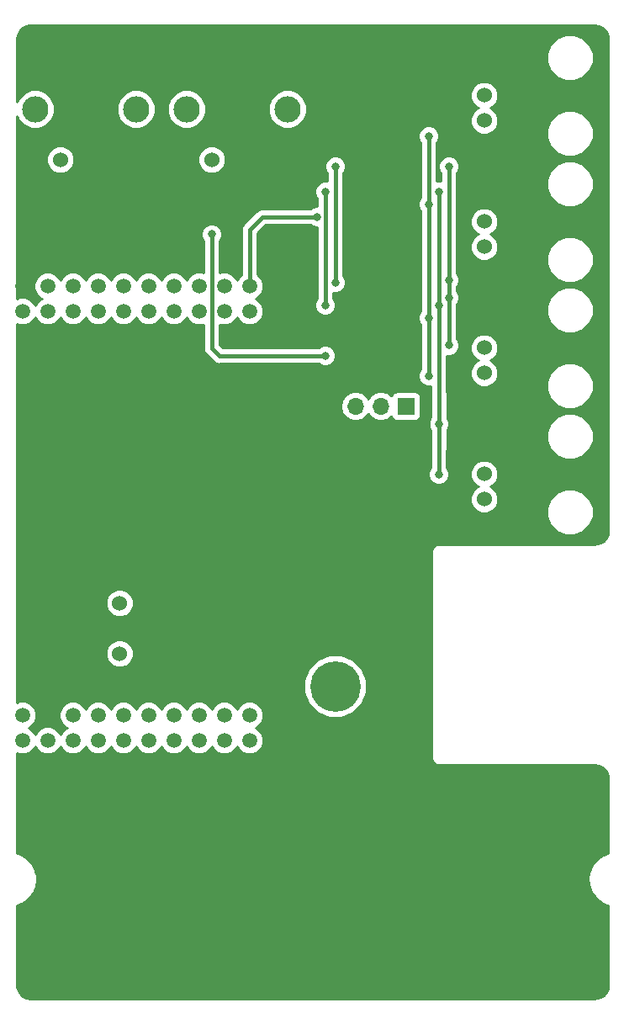
<source format=gbr>
G04 #@! TF.GenerationSoftware,KiCad,Pcbnew,(5.0.0)*
G04 #@! TF.CreationDate,2018-12-17T13:23:09-06:00*
G04 #@! TF.ProjectId,CameraBoard_Hardware,43616D657261426F6172645F48617264,rev?*
G04 #@! TF.SameCoordinates,Original*
G04 #@! TF.FileFunction,Copper,L2,Bot,Signal*
G04 #@! TF.FilePolarity,Positive*
%FSLAX46Y46*%
G04 Gerber Fmt 4.6, Leading zero omitted, Abs format (unit mm)*
G04 Created by KiCad (PCBNEW (5.0.0)) date 12/17/18 13:23:09*
%MOMM*%
%LPD*%
G01*
G04 APERTURE LIST*
G04 #@! TA.AperFunction,ComponentPad*
%ADD10C,2.641600*%
G04 #@! TD*
G04 #@! TA.AperFunction,ComponentPad*
%ADD11C,1.524000*%
G04 #@! TD*
G04 #@! TA.AperFunction,ComponentPad*
%ADD12C,5.080000*%
G04 #@! TD*
G04 #@! TA.AperFunction,ComponentPad*
%ADD13C,1.520000*%
G04 #@! TD*
G04 #@! TA.AperFunction,ComponentPad*
%ADD14R,1.700000X1.700000*%
G04 #@! TD*
G04 #@! TA.AperFunction,ComponentPad*
%ADD15O,1.700000X1.700000*%
G04 #@! TD*
G04 #@! TA.AperFunction,ViaPad*
%ADD16C,0.800000*%
G04 #@! TD*
G04 #@! TA.AperFunction,Conductor*
%ADD17C,0.381000*%
G04 #@! TD*
G04 #@! TA.AperFunction,Conductor*
%ADD18C,0.254000*%
G04 #@! TD*
G04 APERTURE END LIST*
D10*
G04 #@! TO.P,J1,4*
G04 #@! TO.N,N/C*
X99060000Y-65354200D03*
G04 #@! TO.P,J1,3*
X88900000Y-65354200D03*
D11*
G04 #@! TO.P,J1,2*
G04 #@! TO.N,Net-(J1-Pad2)*
X91440000Y-70434200D03*
G04 #@! TO.P,J1,1*
G04 #@! TO.N,GND*
X93980000Y-70434200D03*
G04 #@! TD*
G04 #@! TO.P,J2,1*
G04 #@! TO.N,GND*
X109220000Y-70434200D03*
G04 #@! TO.P,J2,2*
G04 #@! TO.N,Net-(J2-Pad2)*
X106680000Y-70434200D03*
D10*
G04 #@! TO.P,J2,3*
G04 #@! TO.N,N/C*
X104140000Y-65354200D03*
G04 #@! TO.P,J2,4*
X114300000Y-65354200D03*
G04 #@! TD*
D12*
G04 #@! TO.P,Conn1,1*
G04 #@! TO.N,GND*
X119126000Y-115443000D03*
G04 #@! TO.P,Conn1,2*
G04 #@! TO.N,+12V*
X119126000Y-123444000D03*
G04 #@! TD*
D13*
G04 #@! TO.P,U1,+5V*
G04 #@! TO.N,+5V*
X87630000Y-126338601D03*
G04 #@! TO.P,U1,GND*
G04 #@! TO.N,GND*
X90170000Y-126338601D03*
G04 #@! TO.P,U1,PE0*
G04 #@! TO.N,N/C*
X92710000Y-126338601D03*
G04 #@! TO.P,U1,PE1*
X95250000Y-126338601D03*
G04 #@! TO.P,U1,PE2*
X97790000Y-126338601D03*
G04 #@! TO.P,U1,PE3*
X100330000Y-126338601D03*
G04 #@! TO.P,U1,PD7*
X102870000Y-126338601D03*
G04 #@! TO.P,U1,PA6*
X105410000Y-126338601D03*
G04 #@! TO.P,U1,PM4*
X107950000Y-126338601D03*
G04 #@! TO.P,U1,PM5*
X110490000Y-126338601D03*
G04 #@! TO.P,U1,+3V3*
X87630000Y-128878601D03*
G04 #@! TO.P,U1,PE4*
X90170000Y-128878601D03*
G04 #@! TO.P,U1,PC4*
X92710000Y-128878601D03*
G04 #@! TO.P,U1,PC5*
X95250000Y-128878601D03*
G04 #@! TO.P,U1,PC6*
X97790000Y-128878601D03*
G04 #@! TO.P,U1,PE5*
X100330000Y-128878601D03*
G04 #@! TO.P,U1,PD3*
X102870000Y-128878601D03*
G04 #@! TO.P,U1,PC7*
X105410000Y-128878601D03*
G04 #@! TO.P,U1,PB2*
X107950000Y-128878601D03*
G04 #@! TO.P,U1,PB3*
X110490000Y-128878601D03*
G04 #@! TO.P,U1,PF1*
G04 #@! TO.N,MUXA0*
X87630000Y-85698601D03*
G04 #@! TO.P,U1,PF2*
G04 #@! TO.N,MUXA1*
X90170000Y-85698601D03*
G04 #@! TO.P,U1,PF3*
G04 #@! TO.N,MUXB0*
X92710000Y-85698601D03*
G04 #@! TO.P,U1,PG0*
G04 #@! TO.N,MUXB1*
X95250000Y-85698601D03*
G04 #@! TO.P,U1,PL4*
G04 #@! TO.N,SW_ERR*
X97790000Y-85698601D03*
G04 #@! TO.P,U1,PL5*
G04 #@! TO.N,N/C*
X100330000Y-85698601D03*
G04 #@! TO.P,U1,PL0*
X102870000Y-85698601D03*
G04 #@! TO.P,U1,PL1*
X105410000Y-85698601D03*
G04 #@! TO.P,U1,PL2*
X107950000Y-85698601D03*
G04 #@! TO.P,U1,PL3*
G04 #@! TO.N,MUXB_SHDN*
X110490000Y-85698601D03*
G04 #@! TO.P,U1,GND*
G04 #@! TO.N,GND*
X87630000Y-83158601D03*
G04 #@! TO.P,U1,PM3*
G04 #@! TO.N,N/C*
X90170000Y-83158601D03*
G04 #@! TO.P,U1,PH2*
X92710000Y-83158601D03*
G04 #@! TO.P,U1,PH3*
X95250000Y-83158601D03*
G04 #@! TO.P,U1,Rese*
X97790000Y-83158601D03*
G04 #@! TO.P,U1,PD1*
X100330000Y-83158601D03*
G04 #@! TO.P,U1,PD0*
X102870000Y-83158601D03*
G04 #@! TO.P,U1,PN2*
X105410000Y-83158601D03*
G04 #@! TO.P,U1,PN3*
X107950000Y-83158601D03*
G04 #@! TO.P,U1,PP2*
G04 #@! TO.N,MUXA_SHDN*
X110490000Y-83158601D03*
G04 #@! TD*
D11*
G04 #@! TO.P,Conn3,1*
G04 #@! TO.N,GND*
X134112000Y-99542600D03*
G04 #@! TO.P,Conn3,2*
G04 #@! TO.N,CAM_IN0*
X134112000Y-102082600D03*
G04 #@! TO.P,Conn3,3*
G04 #@! TO.N,+12V*
X134112000Y-104622600D03*
G04 #@! TD*
G04 #@! TO.P,Conn4,1*
G04 #@! TO.N,GND*
X134112000Y-86842600D03*
G04 #@! TO.P,Conn4,2*
G04 #@! TO.N,CAM_IN1*
X134112000Y-89382600D03*
G04 #@! TO.P,Conn4,3*
G04 #@! TO.N,+12V*
X134112000Y-91922600D03*
G04 #@! TD*
G04 #@! TO.P,Conn5,3*
G04 #@! TO.N,+12V*
X134112000Y-79222600D03*
G04 #@! TO.P,Conn5,2*
G04 #@! TO.N,CAM_IN2*
X134112000Y-76682600D03*
G04 #@! TO.P,Conn5,1*
G04 #@! TO.N,GND*
X134112000Y-74142600D03*
G04 #@! TD*
G04 #@! TO.P,Conn6,3*
G04 #@! TO.N,+12V*
X134112000Y-66522600D03*
G04 #@! TO.P,Conn6,2*
G04 #@! TO.N,CAM_IN3*
X134112000Y-63982600D03*
G04 #@! TO.P,Conn6,1*
G04 #@! TO.N,GND*
X134112000Y-61442600D03*
G04 #@! TD*
D14*
G04 #@! TO.P,JP1,1*
G04 #@! TO.N,+10V*
X126238000Y-95250000D03*
D15*
G04 #@! TO.P,JP1,2*
G04 #@! TO.N,/MUX_PWR*
X123698000Y-95250000D03*
G04 #@! TO.P,JP1,3*
G04 #@! TO.N,+5V*
X121158000Y-95250000D03*
G04 #@! TD*
D11*
G04 #@! TO.P,U2,1*
G04 #@! TO.N,+12V*
X97409000Y-120142000D03*
G04 #@! TO.P,U2,2*
G04 #@! TO.N,GND*
X97409000Y-117602000D03*
G04 #@! TO.P,U2,3*
G04 #@! TO.N,+5V*
X97409000Y-115062000D03*
G04 #@! TD*
D16*
G04 #@! TO.N,GND*
X100330000Y-107442000D03*
X97790000Y-107442000D03*
X95250000Y-107442000D03*
X90168106Y-107356000D03*
X87628106Y-107397000D03*
X92710000Y-107442000D03*
X116840000Y-88900000D03*
X116078000Y-77470000D03*
X116078000Y-74930000D03*
X134366000Y-70866000D03*
X134280000Y-83058000D03*
X134366000Y-94996000D03*
X116840000Y-86360000D03*
G04 #@! TO.N,CAM_IN0*
X129540000Y-85090000D03*
X129540000Y-73660000D03*
X129547598Y-97028000D03*
X129540000Y-102108000D03*
G04 #@! TO.N,CAM_IN1*
X130556000Y-89128600D03*
X130556000Y-71120000D03*
X130556000Y-82550000D03*
X130556000Y-84328000D03*
G04 #@! TO.N,CAM_IN2*
X119126000Y-82804000D03*
X119126000Y-71120000D03*
G04 #@! TO.N,CAM_IN3*
X118110000Y-73660000D03*
X118110000Y-85090000D03*
G04 #@! TO.N,CAM_OUT1*
X118110000Y-90170000D03*
X106680000Y-77949500D03*
G04 #@! TO.N,MUXA_SHDN*
X117319500Y-76200000D03*
G04 #@! TO.N,/MUX_PWR*
X128524000Y-74930000D03*
X128524000Y-86360000D03*
X128524000Y-92202000D03*
X128524000Y-68072000D03*
G04 #@! TD*
D17*
G04 #@! TO.N,CAM_IN0*
X129540000Y-94234000D02*
X129540000Y-94488000D01*
X129547598Y-93987598D02*
X129540000Y-93980000D01*
X129540000Y-85598000D02*
X129540000Y-93980000D01*
X129540000Y-93980000D02*
X129540000Y-94234000D01*
X129540000Y-74422000D02*
X129540000Y-73660000D01*
X129540000Y-74422000D02*
X129540000Y-74168000D01*
X129540000Y-94234000D02*
X129540000Y-74422000D01*
X129547598Y-97028000D02*
X129547598Y-93987598D01*
X129540000Y-99067598D02*
X129547598Y-99060000D01*
X129540000Y-102108000D02*
X129540000Y-99067598D01*
X129547598Y-99572722D02*
X129547598Y-99060000D01*
X129547598Y-99060000D02*
X129547598Y-97028000D01*
G04 #@! TO.N,CAM_IN1*
X130556000Y-89128600D02*
X130556000Y-85318600D01*
X130556000Y-80492600D02*
X130556000Y-84048600D01*
X130556000Y-74142600D02*
X130556000Y-80492600D01*
X130556000Y-73888600D02*
X130556000Y-74142600D01*
X130556000Y-73583800D02*
X130556000Y-71120000D01*
X130556000Y-73583800D02*
X130556000Y-73380600D01*
X130556000Y-74142600D02*
X130556000Y-73583800D01*
X130556000Y-84048600D02*
X130556000Y-84328000D01*
X130556000Y-84328000D02*
X130556000Y-85318600D01*
G04 #@! TO.N,CAM_IN2*
X119126000Y-82804000D02*
X119126000Y-71120000D01*
G04 #@! TO.N,CAM_IN3*
X118110000Y-73660000D02*
X118110000Y-74225685D01*
X118110000Y-85090000D02*
X118110000Y-74225685D01*
G04 #@! TO.N,CAM_OUT1*
X118110000Y-90170000D02*
X117544315Y-90170000D01*
X117544315Y-90170000D02*
X107442000Y-90170000D01*
X107442000Y-90170000D02*
X106680000Y-89408000D01*
X106680000Y-89408000D02*
X106680000Y-82725859D01*
X106680000Y-80010000D02*
X106680000Y-77949500D01*
X106680000Y-80010000D02*
X106680000Y-78740000D01*
X106680000Y-82725859D02*
X106680000Y-80010000D01*
G04 #@! TO.N,MUXA_SHDN*
X115824000Y-76200000D02*
X111760000Y-76200000D01*
X117319500Y-76200000D02*
X115824000Y-76200000D01*
X111760000Y-76200000D02*
X110490000Y-77470000D01*
X110490000Y-77470000D02*
X110490000Y-83158601D01*
G04 #@! TO.N,/MUX_PWR*
X128524000Y-69088000D02*
X128524000Y-69653685D01*
X128524000Y-85090000D02*
X128524000Y-92202000D01*
X128524000Y-85090000D02*
X128524000Y-74930000D01*
X128524000Y-86360000D02*
X128524000Y-85090000D01*
X128524000Y-70866000D02*
X128524000Y-68072000D01*
X128524000Y-70866000D02*
X128524000Y-74930000D01*
X128524000Y-69653685D02*
X128524000Y-70866000D01*
G04 #@! TD*
D18*
G04 #@! TO.N,GND*
G36*
X145657009Y-57005690D02*
X145996352Y-57159981D01*
X146278752Y-57403312D01*
X146481506Y-57716123D01*
X146595348Y-58096784D01*
X146610000Y-58293950D01*
X146610001Y-107747012D01*
X146549910Y-108166609D01*
X146395619Y-108505952D01*
X146152288Y-108788352D01*
X145839479Y-108991106D01*
X145458815Y-109104948D01*
X145261649Y-109119600D01*
X129609925Y-109119600D01*
X129540000Y-109105691D01*
X129470074Y-109119600D01*
X129262972Y-109160795D01*
X129028119Y-109317719D01*
X128871195Y-109552572D01*
X128816091Y-109829600D01*
X128830000Y-109899526D01*
X128830001Y-130587669D01*
X128816091Y-130657600D01*
X128871195Y-130934628D01*
X129028119Y-131169481D01*
X129262972Y-131326405D01*
X129470074Y-131367600D01*
X129470075Y-131367600D01*
X129540000Y-131381509D01*
X129609926Y-131367600D01*
X145237419Y-131367600D01*
X145657009Y-131427690D01*
X145996352Y-131581981D01*
X146278752Y-131825312D01*
X146481506Y-132138123D01*
X146595348Y-132518784D01*
X146610001Y-132715963D01*
X146610000Y-140221360D01*
X146264241Y-140324764D01*
X146176769Y-140365182D01*
X146088806Y-140404529D01*
X146081502Y-140409201D01*
X146081498Y-140409203D01*
X146081499Y-140409203D01*
X145598040Y-140722566D01*
X145525447Y-140785893D01*
X145452045Y-140848363D01*
X145446343Y-140854900D01*
X145070266Y-141291359D01*
X145018347Y-141372542D01*
X144965446Y-141453075D01*
X144961808Y-141460950D01*
X144723347Y-141985417D01*
X144696300Y-142077909D01*
X144668129Y-142170052D01*
X144666847Y-142178631D01*
X144585171Y-142748946D01*
X144585171Y-142821366D01*
X144579362Y-142893563D01*
X144579952Y-142902218D01*
X144602272Y-143202566D01*
X144617826Y-143273311D01*
X144627654Y-143345055D01*
X144630088Y-143353381D01*
X144795164Y-143905358D01*
X144835591Y-143992850D01*
X144874930Y-144080794D01*
X144879603Y-144088101D01*
X145192966Y-144571561D01*
X145256328Y-144644194D01*
X145318763Y-144717555D01*
X145325296Y-144723254D01*
X145325300Y-144723258D01*
X145325305Y-144723261D01*
X145761759Y-145099334D01*
X145842942Y-145151253D01*
X145923475Y-145204154D01*
X145931346Y-145207790D01*
X145931349Y-145207792D01*
X145931352Y-145207793D01*
X146455817Y-145446253D01*
X146548309Y-145473300D01*
X146610000Y-145492161D01*
X146610001Y-153467012D01*
X146549910Y-153886609D01*
X146395619Y-154225952D01*
X146152288Y-154508352D01*
X145839479Y-154711106D01*
X145458815Y-154824948D01*
X145261649Y-154839600D01*
X88442581Y-154839600D01*
X88022991Y-154779510D01*
X87683648Y-154625219D01*
X87401248Y-154381888D01*
X87198494Y-154069079D01*
X87084652Y-153688415D01*
X87070000Y-153491249D01*
X87070000Y-145477839D01*
X87415758Y-145374436D01*
X87503250Y-145334009D01*
X87591194Y-145294670D01*
X87598498Y-145289999D01*
X87598502Y-145289997D01*
X88081961Y-144976634D01*
X88154594Y-144913272D01*
X88227955Y-144850837D01*
X88233654Y-144844304D01*
X88233658Y-144844300D01*
X88233661Y-144844295D01*
X88609734Y-144407841D01*
X88661653Y-144326658D01*
X88714554Y-144246125D01*
X88718192Y-144238250D01*
X88956653Y-143713783D01*
X88983700Y-143621291D01*
X89011871Y-143529148D01*
X89013153Y-143520569D01*
X89094829Y-142950253D01*
X89094829Y-142877833D01*
X89100638Y-142805636D01*
X89100048Y-142796982D01*
X89077728Y-142496633D01*
X89062174Y-142425888D01*
X89052346Y-142354144D01*
X89049912Y-142345819D01*
X88884836Y-141793841D01*
X88844418Y-141706369D01*
X88805071Y-141618406D01*
X88800397Y-141611099D01*
X88487034Y-141127640D01*
X88423707Y-141055047D01*
X88361237Y-140981645D01*
X88354700Y-140975943D01*
X87918241Y-140599866D01*
X87837058Y-140547947D01*
X87756525Y-140495046D01*
X87748654Y-140491410D01*
X87748651Y-140491408D01*
X87748648Y-140491407D01*
X87224183Y-140252947D01*
X87131691Y-140225900D01*
X87070000Y-140207039D01*
X87070000Y-130156579D01*
X87352517Y-130273601D01*
X87907483Y-130273601D01*
X88420204Y-130061225D01*
X88812624Y-129668805D01*
X88900000Y-129457861D01*
X88987376Y-129668805D01*
X89379796Y-130061225D01*
X89892517Y-130273601D01*
X90447483Y-130273601D01*
X90960204Y-130061225D01*
X91352624Y-129668805D01*
X91440000Y-129457861D01*
X91527376Y-129668805D01*
X91919796Y-130061225D01*
X92432517Y-130273601D01*
X92987483Y-130273601D01*
X93500204Y-130061225D01*
X93892624Y-129668805D01*
X93980000Y-129457861D01*
X94067376Y-129668805D01*
X94459796Y-130061225D01*
X94972517Y-130273601D01*
X95527483Y-130273601D01*
X96040204Y-130061225D01*
X96432624Y-129668805D01*
X96520000Y-129457861D01*
X96607376Y-129668805D01*
X96999796Y-130061225D01*
X97512517Y-130273601D01*
X98067483Y-130273601D01*
X98580204Y-130061225D01*
X98972624Y-129668805D01*
X99060000Y-129457861D01*
X99147376Y-129668805D01*
X99539796Y-130061225D01*
X100052517Y-130273601D01*
X100607483Y-130273601D01*
X101120204Y-130061225D01*
X101512624Y-129668805D01*
X101600000Y-129457861D01*
X101687376Y-129668805D01*
X102079796Y-130061225D01*
X102592517Y-130273601D01*
X103147483Y-130273601D01*
X103660204Y-130061225D01*
X104052624Y-129668805D01*
X104140000Y-129457861D01*
X104227376Y-129668805D01*
X104619796Y-130061225D01*
X105132517Y-130273601D01*
X105687483Y-130273601D01*
X106200204Y-130061225D01*
X106592624Y-129668805D01*
X106680000Y-129457861D01*
X106767376Y-129668805D01*
X107159796Y-130061225D01*
X107672517Y-130273601D01*
X108227483Y-130273601D01*
X108740204Y-130061225D01*
X109132624Y-129668805D01*
X109220000Y-129457861D01*
X109307376Y-129668805D01*
X109699796Y-130061225D01*
X110212517Y-130273601D01*
X110767483Y-130273601D01*
X111280204Y-130061225D01*
X111672624Y-129668805D01*
X111885000Y-129156084D01*
X111885000Y-128601118D01*
X111672624Y-128088397D01*
X111280204Y-127695977D01*
X111069260Y-127608601D01*
X111280204Y-127521225D01*
X111672624Y-127128805D01*
X111885000Y-126616084D01*
X111885000Y-126061118D01*
X111672624Y-125548397D01*
X111280204Y-125155977D01*
X110767483Y-124943601D01*
X110212517Y-124943601D01*
X109699796Y-125155977D01*
X109307376Y-125548397D01*
X109220000Y-125759341D01*
X109132624Y-125548397D01*
X108740204Y-125155977D01*
X108227483Y-124943601D01*
X107672517Y-124943601D01*
X107159796Y-125155977D01*
X106767376Y-125548397D01*
X106680000Y-125759341D01*
X106592624Y-125548397D01*
X106200204Y-125155977D01*
X105687483Y-124943601D01*
X105132517Y-124943601D01*
X104619796Y-125155977D01*
X104227376Y-125548397D01*
X104140000Y-125759341D01*
X104052624Y-125548397D01*
X103660204Y-125155977D01*
X103147483Y-124943601D01*
X102592517Y-124943601D01*
X102079796Y-125155977D01*
X101687376Y-125548397D01*
X101600000Y-125759341D01*
X101512624Y-125548397D01*
X101120204Y-125155977D01*
X100607483Y-124943601D01*
X100052517Y-124943601D01*
X99539796Y-125155977D01*
X99147376Y-125548397D01*
X99060000Y-125759341D01*
X98972624Y-125548397D01*
X98580204Y-125155977D01*
X98067483Y-124943601D01*
X97512517Y-124943601D01*
X96999796Y-125155977D01*
X96607376Y-125548397D01*
X96520000Y-125759341D01*
X96432624Y-125548397D01*
X96040204Y-125155977D01*
X95527483Y-124943601D01*
X94972517Y-124943601D01*
X94459796Y-125155977D01*
X94067376Y-125548397D01*
X93980000Y-125759341D01*
X93892624Y-125548397D01*
X93500204Y-125155977D01*
X92987483Y-124943601D01*
X92432517Y-124943601D01*
X91919796Y-125155977D01*
X91527376Y-125548397D01*
X91315000Y-126061118D01*
X91315000Y-126616084D01*
X91527376Y-127128805D01*
X91919796Y-127521225D01*
X92130740Y-127608601D01*
X91919796Y-127695977D01*
X91527376Y-128088397D01*
X91440000Y-128299341D01*
X91352624Y-128088397D01*
X90960204Y-127695977D01*
X90447483Y-127483601D01*
X89892517Y-127483601D01*
X89379796Y-127695977D01*
X88987376Y-128088397D01*
X88900000Y-128299341D01*
X88812624Y-128088397D01*
X88420204Y-127695977D01*
X88209260Y-127608601D01*
X88420204Y-127521225D01*
X88812624Y-127128805D01*
X89025000Y-126616084D01*
X89025000Y-126061118D01*
X88812624Y-125548397D01*
X88420204Y-125155977D01*
X87907483Y-124943601D01*
X87352517Y-124943601D01*
X87070000Y-125060623D01*
X87070000Y-122812453D01*
X115951000Y-122812453D01*
X115951000Y-124075547D01*
X116434365Y-125242493D01*
X117327507Y-126135635D01*
X118494453Y-126619000D01*
X119757547Y-126619000D01*
X120924493Y-126135635D01*
X121817635Y-125242493D01*
X122301000Y-124075547D01*
X122301000Y-122812453D01*
X121817635Y-121645507D01*
X120924493Y-120752365D01*
X119757547Y-120269000D01*
X118494453Y-120269000D01*
X117327507Y-120752365D01*
X116434365Y-121645507D01*
X115951000Y-122812453D01*
X87070000Y-122812453D01*
X87070000Y-119864119D01*
X96012000Y-119864119D01*
X96012000Y-120419881D01*
X96224680Y-120933337D01*
X96617663Y-121326320D01*
X97131119Y-121539000D01*
X97686881Y-121539000D01*
X98200337Y-121326320D01*
X98593320Y-120933337D01*
X98806000Y-120419881D01*
X98806000Y-119864119D01*
X98593320Y-119350663D01*
X98200337Y-118957680D01*
X97686881Y-118745000D01*
X97131119Y-118745000D01*
X96617663Y-118957680D01*
X96224680Y-119350663D01*
X96012000Y-119864119D01*
X87070000Y-119864119D01*
X87070000Y-114784119D01*
X96012000Y-114784119D01*
X96012000Y-115339881D01*
X96224680Y-115853337D01*
X96617663Y-116246320D01*
X97131119Y-116459000D01*
X97686881Y-116459000D01*
X98200337Y-116246320D01*
X98593320Y-115853337D01*
X98806000Y-115339881D01*
X98806000Y-114784119D01*
X98593320Y-114270663D01*
X98200337Y-113877680D01*
X97686881Y-113665000D01*
X97131119Y-113665000D01*
X96617663Y-113877680D01*
X96224680Y-114270663D01*
X96012000Y-114784119D01*
X87070000Y-114784119D01*
X87070000Y-95250000D01*
X119643908Y-95250000D01*
X119759161Y-95829418D01*
X120087375Y-96320625D01*
X120578582Y-96648839D01*
X121011744Y-96735000D01*
X121304256Y-96735000D01*
X121737418Y-96648839D01*
X122228625Y-96320625D01*
X122428000Y-96022239D01*
X122627375Y-96320625D01*
X123118582Y-96648839D01*
X123551744Y-96735000D01*
X123844256Y-96735000D01*
X124277418Y-96648839D01*
X124768625Y-96320625D01*
X124780816Y-96302381D01*
X124789843Y-96347765D01*
X124930191Y-96557809D01*
X125140235Y-96698157D01*
X125388000Y-96747440D01*
X127088000Y-96747440D01*
X127335765Y-96698157D01*
X127545809Y-96557809D01*
X127686157Y-96347765D01*
X127735440Y-96100000D01*
X127735440Y-94400000D01*
X127686157Y-94152235D01*
X127545809Y-93942191D01*
X127335765Y-93801843D01*
X127088000Y-93752560D01*
X125388000Y-93752560D01*
X125140235Y-93801843D01*
X124930191Y-93942191D01*
X124789843Y-94152235D01*
X124780816Y-94197619D01*
X124768625Y-94179375D01*
X124277418Y-93851161D01*
X123844256Y-93765000D01*
X123551744Y-93765000D01*
X123118582Y-93851161D01*
X122627375Y-94179375D01*
X122428000Y-94477761D01*
X122228625Y-94179375D01*
X121737418Y-93851161D01*
X121304256Y-93765000D01*
X121011744Y-93765000D01*
X120578582Y-93851161D01*
X120087375Y-94179375D01*
X119759161Y-94670582D01*
X119643908Y-95250000D01*
X87070000Y-95250000D01*
X87070000Y-86976579D01*
X87352517Y-87093601D01*
X87907483Y-87093601D01*
X88420204Y-86881225D01*
X88812624Y-86488805D01*
X88900000Y-86277861D01*
X88987376Y-86488805D01*
X89379796Y-86881225D01*
X89892517Y-87093601D01*
X90447483Y-87093601D01*
X90960204Y-86881225D01*
X91352624Y-86488805D01*
X91440000Y-86277861D01*
X91527376Y-86488805D01*
X91919796Y-86881225D01*
X92432517Y-87093601D01*
X92987483Y-87093601D01*
X93500204Y-86881225D01*
X93892624Y-86488805D01*
X93980000Y-86277861D01*
X94067376Y-86488805D01*
X94459796Y-86881225D01*
X94972517Y-87093601D01*
X95527483Y-87093601D01*
X96040204Y-86881225D01*
X96432624Y-86488805D01*
X96520000Y-86277861D01*
X96607376Y-86488805D01*
X96999796Y-86881225D01*
X97512517Y-87093601D01*
X98067483Y-87093601D01*
X98580204Y-86881225D01*
X98972624Y-86488805D01*
X99060000Y-86277861D01*
X99147376Y-86488805D01*
X99539796Y-86881225D01*
X100052517Y-87093601D01*
X100607483Y-87093601D01*
X101120204Y-86881225D01*
X101512624Y-86488805D01*
X101600000Y-86277861D01*
X101687376Y-86488805D01*
X102079796Y-86881225D01*
X102592517Y-87093601D01*
X103147483Y-87093601D01*
X103660204Y-86881225D01*
X104052624Y-86488805D01*
X104140000Y-86277861D01*
X104227376Y-86488805D01*
X104619796Y-86881225D01*
X105132517Y-87093601D01*
X105687483Y-87093601D01*
X105854500Y-87024420D01*
X105854500Y-89326698D01*
X105838328Y-89408000D01*
X105854500Y-89489301D01*
X105854500Y-89489302D01*
X105902396Y-89730093D01*
X106084848Y-90003152D01*
X106153777Y-90049209D01*
X106800793Y-90696226D01*
X106846848Y-90765152D01*
X106915773Y-90811206D01*
X107119905Y-90947604D01*
X107442000Y-91011672D01*
X107523303Y-90995500D01*
X117471789Y-90995500D01*
X117523720Y-91047431D01*
X117904126Y-91205000D01*
X118315874Y-91205000D01*
X118696280Y-91047431D01*
X118987431Y-90756280D01*
X119145000Y-90375874D01*
X119145000Y-89964126D01*
X118987431Y-89583720D01*
X118696280Y-89292569D01*
X118315874Y-89135000D01*
X117904126Y-89135000D01*
X117523720Y-89292569D01*
X117471789Y-89344500D01*
X107783933Y-89344500D01*
X107505500Y-89066068D01*
X107505500Y-87024420D01*
X107672517Y-87093601D01*
X108227483Y-87093601D01*
X108740204Y-86881225D01*
X109132624Y-86488805D01*
X109220000Y-86277861D01*
X109307376Y-86488805D01*
X109699796Y-86881225D01*
X110212517Y-87093601D01*
X110767483Y-87093601D01*
X111280204Y-86881225D01*
X111672624Y-86488805D01*
X111885000Y-85976084D01*
X111885000Y-85421118D01*
X111672624Y-84908397D01*
X111280204Y-84515977D01*
X111069260Y-84428601D01*
X111280204Y-84341225D01*
X111672624Y-83948805D01*
X111885000Y-83436084D01*
X111885000Y-82881118D01*
X111672624Y-82368397D01*
X111315500Y-82011273D01*
X111315500Y-77811932D01*
X112101933Y-77025500D01*
X116681289Y-77025500D01*
X116733220Y-77077431D01*
X117113626Y-77235000D01*
X117284501Y-77235000D01*
X117284500Y-84451789D01*
X117232569Y-84503720D01*
X117075000Y-84884126D01*
X117075000Y-85295874D01*
X117232569Y-85676280D01*
X117523720Y-85967431D01*
X117904126Y-86125000D01*
X118315874Y-86125000D01*
X118696280Y-85967431D01*
X118987431Y-85676280D01*
X119145000Y-85295874D01*
X119145000Y-84884126D01*
X118987431Y-84503720D01*
X118935500Y-84451789D01*
X118935500Y-83839000D01*
X119331874Y-83839000D01*
X119712280Y-83681431D01*
X120003431Y-83390280D01*
X120161000Y-83009874D01*
X120161000Y-82598126D01*
X120003431Y-82217720D01*
X119951500Y-82165789D01*
X119951500Y-71758211D01*
X120003431Y-71706280D01*
X120161000Y-71325874D01*
X120161000Y-70914126D01*
X120003431Y-70533720D01*
X119712280Y-70242569D01*
X119331874Y-70085000D01*
X118920126Y-70085000D01*
X118539720Y-70242569D01*
X118248569Y-70533720D01*
X118091000Y-70914126D01*
X118091000Y-71325874D01*
X118248569Y-71706280D01*
X118300501Y-71758212D01*
X118300501Y-72625000D01*
X117904126Y-72625000D01*
X117523720Y-72782569D01*
X117232569Y-73073720D01*
X117075000Y-73454126D01*
X117075000Y-73865874D01*
X117232569Y-74246280D01*
X117284500Y-74298211D01*
X117284500Y-74306988D01*
X117284501Y-74306993D01*
X117284501Y-75165000D01*
X117113626Y-75165000D01*
X116733220Y-75322569D01*
X116681289Y-75374500D01*
X111841297Y-75374500D01*
X111759999Y-75358329D01*
X111678701Y-75374500D01*
X111678697Y-75374500D01*
X111437906Y-75422396D01*
X111164848Y-75604848D01*
X111118793Y-75673774D01*
X109963777Y-76828791D01*
X109894848Y-76874848D01*
X109712396Y-77147907D01*
X109671333Y-77354348D01*
X109648328Y-77470000D01*
X109664500Y-77551302D01*
X109664501Y-82011272D01*
X109307376Y-82368397D01*
X109220000Y-82579341D01*
X109132624Y-82368397D01*
X108740204Y-81975977D01*
X108227483Y-81763601D01*
X107672517Y-81763601D01*
X107505500Y-81832782D01*
X107505500Y-78587711D01*
X107557431Y-78535780D01*
X107715000Y-78155374D01*
X107715000Y-77743626D01*
X107557431Y-77363220D01*
X107266280Y-77072069D01*
X106885874Y-76914500D01*
X106474126Y-76914500D01*
X106093720Y-77072069D01*
X105802569Y-77363220D01*
X105645000Y-77743626D01*
X105645000Y-78155374D01*
X105802569Y-78535780D01*
X105854501Y-78587712D01*
X105854500Y-79414848D01*
X105854500Y-80091302D01*
X105854501Y-80091307D01*
X105854500Y-81832782D01*
X105687483Y-81763601D01*
X105132517Y-81763601D01*
X104619796Y-81975977D01*
X104227376Y-82368397D01*
X104140000Y-82579341D01*
X104052624Y-82368397D01*
X103660204Y-81975977D01*
X103147483Y-81763601D01*
X102592517Y-81763601D01*
X102079796Y-81975977D01*
X101687376Y-82368397D01*
X101600000Y-82579341D01*
X101512624Y-82368397D01*
X101120204Y-81975977D01*
X100607483Y-81763601D01*
X100052517Y-81763601D01*
X99539796Y-81975977D01*
X99147376Y-82368397D01*
X99060000Y-82579341D01*
X98972624Y-82368397D01*
X98580204Y-81975977D01*
X98067483Y-81763601D01*
X97512517Y-81763601D01*
X96999796Y-81975977D01*
X96607376Y-82368397D01*
X96520000Y-82579341D01*
X96432624Y-82368397D01*
X96040204Y-81975977D01*
X95527483Y-81763601D01*
X94972517Y-81763601D01*
X94459796Y-81975977D01*
X94067376Y-82368397D01*
X93980000Y-82579341D01*
X93892624Y-82368397D01*
X93500204Y-81975977D01*
X92987483Y-81763601D01*
X92432517Y-81763601D01*
X91919796Y-81975977D01*
X91527376Y-82368397D01*
X91440000Y-82579341D01*
X91352624Y-82368397D01*
X90960204Y-81975977D01*
X90447483Y-81763601D01*
X89892517Y-81763601D01*
X89379796Y-81975977D01*
X88987376Y-82368397D01*
X88775000Y-82881118D01*
X88775000Y-83436084D01*
X88987376Y-83948805D01*
X89379796Y-84341225D01*
X89590740Y-84428601D01*
X89379796Y-84515977D01*
X88987376Y-84908397D01*
X88900000Y-85119341D01*
X88812624Y-84908397D01*
X88420204Y-84515977D01*
X87907483Y-84303601D01*
X87352517Y-84303601D01*
X87070000Y-84420623D01*
X87070000Y-70156319D01*
X90043000Y-70156319D01*
X90043000Y-70712081D01*
X90255680Y-71225537D01*
X90648663Y-71618520D01*
X91162119Y-71831200D01*
X91717881Y-71831200D01*
X92231337Y-71618520D01*
X92624320Y-71225537D01*
X92837000Y-70712081D01*
X92837000Y-70156319D01*
X105283000Y-70156319D01*
X105283000Y-70712081D01*
X105495680Y-71225537D01*
X105888663Y-71618520D01*
X106402119Y-71831200D01*
X106957881Y-71831200D01*
X107471337Y-71618520D01*
X107864320Y-71225537D01*
X108077000Y-70712081D01*
X108077000Y-70156319D01*
X107864320Y-69642863D01*
X107471337Y-69249880D01*
X106957881Y-69037200D01*
X106402119Y-69037200D01*
X105888663Y-69249880D01*
X105495680Y-69642863D01*
X105283000Y-70156319D01*
X92837000Y-70156319D01*
X92624320Y-69642863D01*
X92231337Y-69249880D01*
X91717881Y-69037200D01*
X91162119Y-69037200D01*
X90648663Y-69249880D01*
X90255680Y-69642863D01*
X90043000Y-70156319D01*
X87070000Y-70156319D01*
X87070000Y-67866126D01*
X127489000Y-67866126D01*
X127489000Y-68277874D01*
X127646569Y-68658280D01*
X127698501Y-68710212D01*
X127698501Y-69006695D01*
X127698500Y-69006698D01*
X127698500Y-70784698D01*
X127698501Y-74291788D01*
X127646569Y-74343720D01*
X127489000Y-74724126D01*
X127489000Y-75135874D01*
X127646569Y-75516280D01*
X127698501Y-75568212D01*
X127698500Y-85008697D01*
X127698500Y-85721789D01*
X127646569Y-85773720D01*
X127489000Y-86154126D01*
X127489000Y-86565874D01*
X127646569Y-86946280D01*
X127698500Y-86998211D01*
X127698501Y-91563788D01*
X127646569Y-91615720D01*
X127489000Y-91996126D01*
X127489000Y-92407874D01*
X127646569Y-92788280D01*
X127937720Y-93079431D01*
X128318126Y-93237000D01*
X128714500Y-93237000D01*
X128714500Y-93898697D01*
X128698328Y-93980000D01*
X128714500Y-94061301D01*
X128714500Y-94569303D01*
X128722099Y-94607505D01*
X128722098Y-96389789D01*
X128670167Y-96441720D01*
X128512598Y-96822126D01*
X128512598Y-97233874D01*
X128670167Y-97614280D01*
X128722099Y-97666212D01*
X128722098Y-98948099D01*
X128698328Y-99067598D01*
X128714501Y-99148904D01*
X128714500Y-101469789D01*
X128662569Y-101521720D01*
X128505000Y-101902126D01*
X128505000Y-102313874D01*
X128662569Y-102694280D01*
X128953720Y-102985431D01*
X129334126Y-103143000D01*
X129745874Y-103143000D01*
X130126280Y-102985431D01*
X130417431Y-102694280D01*
X130575000Y-102313874D01*
X130575000Y-101902126D01*
X130534653Y-101804719D01*
X132715000Y-101804719D01*
X132715000Y-102360481D01*
X132927680Y-102873937D01*
X133320663Y-103266920D01*
X133527513Y-103352600D01*
X133320663Y-103438280D01*
X132927680Y-103831263D01*
X132715000Y-104344719D01*
X132715000Y-104900481D01*
X132927680Y-105413937D01*
X133320663Y-105806920D01*
X133834119Y-106019600D01*
X134389881Y-106019600D01*
X134903337Y-105806920D01*
X135287090Y-105423167D01*
X140388000Y-105423167D01*
X140388000Y-106362033D01*
X140747289Y-107229433D01*
X141411167Y-107893311D01*
X142278567Y-108252600D01*
X143217433Y-108252600D01*
X144084833Y-107893311D01*
X144748711Y-107229433D01*
X145108000Y-106362033D01*
X145108000Y-105423167D01*
X144748711Y-104555767D01*
X144084833Y-103891889D01*
X143217433Y-103532600D01*
X142278567Y-103532600D01*
X141411167Y-103891889D01*
X140747289Y-104555767D01*
X140388000Y-105423167D01*
X135287090Y-105423167D01*
X135296320Y-105413937D01*
X135509000Y-104900481D01*
X135509000Y-104344719D01*
X135296320Y-103831263D01*
X134903337Y-103438280D01*
X134696487Y-103352600D01*
X134903337Y-103266920D01*
X135296320Y-102873937D01*
X135509000Y-102360481D01*
X135509000Y-101804719D01*
X135296320Y-101291263D01*
X134903337Y-100898280D01*
X134389881Y-100685600D01*
X133834119Y-100685600D01*
X133320663Y-100898280D01*
X132927680Y-101291263D01*
X132715000Y-101804719D01*
X130534653Y-101804719D01*
X130417431Y-101521720D01*
X130365500Y-101469789D01*
X130365500Y-99692223D01*
X130373098Y-99654025D01*
X130373098Y-99141298D01*
X130389269Y-99060001D01*
X130373098Y-98978703D01*
X130373098Y-97803167D01*
X140388000Y-97803167D01*
X140388000Y-98742033D01*
X140747289Y-99609433D01*
X141411167Y-100273311D01*
X142278567Y-100632600D01*
X143217433Y-100632600D01*
X144084833Y-100273311D01*
X144748711Y-99609433D01*
X145108000Y-98742033D01*
X145108000Y-97803167D01*
X144748711Y-96935767D01*
X144084833Y-96271889D01*
X143217433Y-95912600D01*
X142278567Y-95912600D01*
X141411167Y-96271889D01*
X140747289Y-96935767D01*
X140388000Y-97803167D01*
X130373098Y-97803167D01*
X130373098Y-97666211D01*
X130425029Y-97614280D01*
X130582598Y-97233874D01*
X130582598Y-96822126D01*
X130425029Y-96441720D01*
X130373098Y-96389789D01*
X130373098Y-94068895D01*
X130389269Y-93987597D01*
X130373098Y-93906300D01*
X130373098Y-93906295D01*
X130365500Y-93868097D01*
X130365500Y-90163600D01*
X130761874Y-90163600D01*
X131142280Y-90006031D01*
X131433431Y-89714880D01*
X131591000Y-89334474D01*
X131591000Y-89104719D01*
X132715000Y-89104719D01*
X132715000Y-89660481D01*
X132927680Y-90173937D01*
X133320663Y-90566920D01*
X133527513Y-90652600D01*
X133320663Y-90738280D01*
X132927680Y-91131263D01*
X132715000Y-91644719D01*
X132715000Y-92200481D01*
X132927680Y-92713937D01*
X133320663Y-93106920D01*
X133834119Y-93319600D01*
X134389881Y-93319600D01*
X134903337Y-93106920D01*
X135287090Y-92723167D01*
X140388000Y-92723167D01*
X140388000Y-93662033D01*
X140747289Y-94529433D01*
X141411167Y-95193311D01*
X142278567Y-95552600D01*
X143217433Y-95552600D01*
X144084833Y-95193311D01*
X144748711Y-94529433D01*
X145108000Y-93662033D01*
X145108000Y-92723167D01*
X144748711Y-91855767D01*
X144084833Y-91191889D01*
X143217433Y-90832600D01*
X142278567Y-90832600D01*
X141411167Y-91191889D01*
X140747289Y-91855767D01*
X140388000Y-92723167D01*
X135287090Y-92723167D01*
X135296320Y-92713937D01*
X135509000Y-92200481D01*
X135509000Y-91644719D01*
X135296320Y-91131263D01*
X134903337Y-90738280D01*
X134696487Y-90652600D01*
X134903337Y-90566920D01*
X135296320Y-90173937D01*
X135509000Y-89660481D01*
X135509000Y-89104719D01*
X135296320Y-88591263D01*
X134903337Y-88198280D01*
X134389881Y-87985600D01*
X133834119Y-87985600D01*
X133320663Y-88198280D01*
X132927680Y-88591263D01*
X132715000Y-89104719D01*
X131591000Y-89104719D01*
X131591000Y-88922726D01*
X131433431Y-88542320D01*
X131381500Y-88490389D01*
X131381500Y-85103167D01*
X140388000Y-85103167D01*
X140388000Y-86042033D01*
X140747289Y-86909433D01*
X141411167Y-87573311D01*
X142278567Y-87932600D01*
X143217433Y-87932600D01*
X144084833Y-87573311D01*
X144748711Y-86909433D01*
X145108000Y-86042033D01*
X145108000Y-85103167D01*
X144748711Y-84235767D01*
X144084833Y-83571889D01*
X143217433Y-83212600D01*
X142278567Y-83212600D01*
X141411167Y-83571889D01*
X140747289Y-84235767D01*
X140388000Y-85103167D01*
X131381500Y-85103167D01*
X131381500Y-84966211D01*
X131433431Y-84914280D01*
X131591000Y-84533874D01*
X131591000Y-84122126D01*
X131433431Y-83741720D01*
X131381500Y-83689789D01*
X131381500Y-83188211D01*
X131433431Y-83136280D01*
X131591000Y-82755874D01*
X131591000Y-82344126D01*
X131433431Y-81963720D01*
X131381500Y-81911789D01*
X131381500Y-76404719D01*
X132715000Y-76404719D01*
X132715000Y-76960481D01*
X132927680Y-77473937D01*
X133320663Y-77866920D01*
X133527513Y-77952600D01*
X133320663Y-78038280D01*
X132927680Y-78431263D01*
X132715000Y-78944719D01*
X132715000Y-79500481D01*
X132927680Y-80013937D01*
X133320663Y-80406920D01*
X133834119Y-80619600D01*
X134389881Y-80619600D01*
X134903337Y-80406920D01*
X135287090Y-80023167D01*
X140388000Y-80023167D01*
X140388000Y-80962033D01*
X140747289Y-81829433D01*
X141411167Y-82493311D01*
X142278567Y-82852600D01*
X143217433Y-82852600D01*
X144084833Y-82493311D01*
X144748711Y-81829433D01*
X145108000Y-80962033D01*
X145108000Y-80023167D01*
X144748711Y-79155767D01*
X144084833Y-78491889D01*
X143217433Y-78132600D01*
X142278567Y-78132600D01*
X141411167Y-78491889D01*
X140747289Y-79155767D01*
X140388000Y-80023167D01*
X135287090Y-80023167D01*
X135296320Y-80013937D01*
X135509000Y-79500481D01*
X135509000Y-78944719D01*
X135296320Y-78431263D01*
X134903337Y-78038280D01*
X134696487Y-77952600D01*
X134903337Y-77866920D01*
X135296320Y-77473937D01*
X135509000Y-76960481D01*
X135509000Y-76404719D01*
X135296320Y-75891263D01*
X134903337Y-75498280D01*
X134389881Y-75285600D01*
X133834119Y-75285600D01*
X133320663Y-75498280D01*
X132927680Y-75891263D01*
X132715000Y-76404719D01*
X131381500Y-76404719D01*
X131381500Y-72403167D01*
X140388000Y-72403167D01*
X140388000Y-73342033D01*
X140747289Y-74209433D01*
X141411167Y-74873311D01*
X142278567Y-75232600D01*
X143217433Y-75232600D01*
X144084833Y-74873311D01*
X144748711Y-74209433D01*
X145108000Y-73342033D01*
X145108000Y-72403167D01*
X144748711Y-71535767D01*
X144084833Y-70871889D01*
X143217433Y-70512600D01*
X142278567Y-70512600D01*
X141411167Y-70871889D01*
X140747289Y-71535767D01*
X140388000Y-72403167D01*
X131381500Y-72403167D01*
X131381500Y-71758211D01*
X131433431Y-71706280D01*
X131591000Y-71325874D01*
X131591000Y-70914126D01*
X131433431Y-70533720D01*
X131142280Y-70242569D01*
X130761874Y-70085000D01*
X130350126Y-70085000D01*
X129969720Y-70242569D01*
X129678569Y-70533720D01*
X129521000Y-70914126D01*
X129521000Y-71325874D01*
X129678569Y-71706280D01*
X129730501Y-71758212D01*
X129730500Y-72625000D01*
X129349500Y-72625000D01*
X129349500Y-68710211D01*
X129401431Y-68658280D01*
X129559000Y-68277874D01*
X129559000Y-67866126D01*
X129401431Y-67485720D01*
X129110280Y-67194569D01*
X128729874Y-67037000D01*
X128318126Y-67037000D01*
X127937720Y-67194569D01*
X127646569Y-67485720D01*
X127489000Y-67866126D01*
X87070000Y-67866126D01*
X87070000Y-66046941D01*
X87241953Y-66462071D01*
X87792129Y-67012247D01*
X88510967Y-67310000D01*
X89289033Y-67310000D01*
X90007871Y-67012247D01*
X90558047Y-66462071D01*
X90855800Y-65743233D01*
X90855800Y-64965167D01*
X97104200Y-64965167D01*
X97104200Y-65743233D01*
X97401953Y-66462071D01*
X97952129Y-67012247D01*
X98670967Y-67310000D01*
X99449033Y-67310000D01*
X100167871Y-67012247D01*
X100718047Y-66462071D01*
X101015800Y-65743233D01*
X101015800Y-64965167D01*
X102184200Y-64965167D01*
X102184200Y-65743233D01*
X102481953Y-66462071D01*
X103032129Y-67012247D01*
X103750967Y-67310000D01*
X104529033Y-67310000D01*
X105247871Y-67012247D01*
X105798047Y-66462071D01*
X106095800Y-65743233D01*
X106095800Y-64965167D01*
X112344200Y-64965167D01*
X112344200Y-65743233D01*
X112641953Y-66462071D01*
X113192129Y-67012247D01*
X113910967Y-67310000D01*
X114689033Y-67310000D01*
X115407871Y-67012247D01*
X115958047Y-66462071D01*
X116255800Y-65743233D01*
X116255800Y-64965167D01*
X115958047Y-64246329D01*
X115416437Y-63704719D01*
X132715000Y-63704719D01*
X132715000Y-64260481D01*
X132927680Y-64773937D01*
X133320663Y-65166920D01*
X133527513Y-65252600D01*
X133320663Y-65338280D01*
X132927680Y-65731263D01*
X132715000Y-66244719D01*
X132715000Y-66800481D01*
X132927680Y-67313937D01*
X133320663Y-67706920D01*
X133834119Y-67919600D01*
X134389881Y-67919600D01*
X134903337Y-67706920D01*
X135287090Y-67323167D01*
X140388000Y-67323167D01*
X140388000Y-68262033D01*
X140747289Y-69129433D01*
X141411167Y-69793311D01*
X142278567Y-70152600D01*
X143217433Y-70152600D01*
X144084833Y-69793311D01*
X144748711Y-69129433D01*
X145108000Y-68262033D01*
X145108000Y-67323167D01*
X144748711Y-66455767D01*
X144084833Y-65791889D01*
X143217433Y-65432600D01*
X142278567Y-65432600D01*
X141411167Y-65791889D01*
X140747289Y-66455767D01*
X140388000Y-67323167D01*
X135287090Y-67323167D01*
X135296320Y-67313937D01*
X135509000Y-66800481D01*
X135509000Y-66244719D01*
X135296320Y-65731263D01*
X134903337Y-65338280D01*
X134696487Y-65252600D01*
X134903337Y-65166920D01*
X135296320Y-64773937D01*
X135509000Y-64260481D01*
X135509000Y-63704719D01*
X135296320Y-63191263D01*
X134903337Y-62798280D01*
X134389881Y-62585600D01*
X133834119Y-62585600D01*
X133320663Y-62798280D01*
X132927680Y-63191263D01*
X132715000Y-63704719D01*
X115416437Y-63704719D01*
X115407871Y-63696153D01*
X114689033Y-63398400D01*
X113910967Y-63398400D01*
X113192129Y-63696153D01*
X112641953Y-64246329D01*
X112344200Y-64965167D01*
X106095800Y-64965167D01*
X105798047Y-64246329D01*
X105247871Y-63696153D01*
X104529033Y-63398400D01*
X103750967Y-63398400D01*
X103032129Y-63696153D01*
X102481953Y-64246329D01*
X102184200Y-64965167D01*
X101015800Y-64965167D01*
X100718047Y-64246329D01*
X100167871Y-63696153D01*
X99449033Y-63398400D01*
X98670967Y-63398400D01*
X97952129Y-63696153D01*
X97401953Y-64246329D01*
X97104200Y-64965167D01*
X90855800Y-64965167D01*
X90558047Y-64246329D01*
X90007871Y-63696153D01*
X89289033Y-63398400D01*
X88510967Y-63398400D01*
X87792129Y-63696153D01*
X87241953Y-64246329D01*
X87070000Y-64661459D01*
X87070000Y-59703167D01*
X140388000Y-59703167D01*
X140388000Y-60642033D01*
X140747289Y-61509433D01*
X141411167Y-62173311D01*
X142278567Y-62532600D01*
X143217433Y-62532600D01*
X144084833Y-62173311D01*
X144748711Y-61509433D01*
X145108000Y-60642033D01*
X145108000Y-59703167D01*
X144748711Y-58835767D01*
X144084833Y-58171889D01*
X143217433Y-57812600D01*
X142278567Y-57812600D01*
X141411167Y-58171889D01*
X140747289Y-58835767D01*
X140388000Y-59703167D01*
X87070000Y-59703167D01*
X87070000Y-58318181D01*
X87130090Y-57898591D01*
X87284381Y-57559248D01*
X87527712Y-57276848D01*
X87840523Y-57074094D01*
X88221184Y-56960252D01*
X88418350Y-56945600D01*
X145237419Y-56945600D01*
X145657009Y-57005690D01*
X145657009Y-57005690D01*
G37*
X145657009Y-57005690D02*
X145996352Y-57159981D01*
X146278752Y-57403312D01*
X146481506Y-57716123D01*
X146595348Y-58096784D01*
X146610000Y-58293950D01*
X146610001Y-107747012D01*
X146549910Y-108166609D01*
X146395619Y-108505952D01*
X146152288Y-108788352D01*
X145839479Y-108991106D01*
X145458815Y-109104948D01*
X145261649Y-109119600D01*
X129609925Y-109119600D01*
X129540000Y-109105691D01*
X129470074Y-109119600D01*
X129262972Y-109160795D01*
X129028119Y-109317719D01*
X128871195Y-109552572D01*
X128816091Y-109829600D01*
X128830000Y-109899526D01*
X128830001Y-130587669D01*
X128816091Y-130657600D01*
X128871195Y-130934628D01*
X129028119Y-131169481D01*
X129262972Y-131326405D01*
X129470074Y-131367600D01*
X129470075Y-131367600D01*
X129540000Y-131381509D01*
X129609926Y-131367600D01*
X145237419Y-131367600D01*
X145657009Y-131427690D01*
X145996352Y-131581981D01*
X146278752Y-131825312D01*
X146481506Y-132138123D01*
X146595348Y-132518784D01*
X146610001Y-132715963D01*
X146610000Y-140221360D01*
X146264241Y-140324764D01*
X146176769Y-140365182D01*
X146088806Y-140404529D01*
X146081502Y-140409201D01*
X146081498Y-140409203D01*
X146081499Y-140409203D01*
X145598040Y-140722566D01*
X145525447Y-140785893D01*
X145452045Y-140848363D01*
X145446343Y-140854900D01*
X145070266Y-141291359D01*
X145018347Y-141372542D01*
X144965446Y-141453075D01*
X144961808Y-141460950D01*
X144723347Y-141985417D01*
X144696300Y-142077909D01*
X144668129Y-142170052D01*
X144666847Y-142178631D01*
X144585171Y-142748946D01*
X144585171Y-142821366D01*
X144579362Y-142893563D01*
X144579952Y-142902218D01*
X144602272Y-143202566D01*
X144617826Y-143273311D01*
X144627654Y-143345055D01*
X144630088Y-143353381D01*
X144795164Y-143905358D01*
X144835591Y-143992850D01*
X144874930Y-144080794D01*
X144879603Y-144088101D01*
X145192966Y-144571561D01*
X145256328Y-144644194D01*
X145318763Y-144717555D01*
X145325296Y-144723254D01*
X145325300Y-144723258D01*
X145325305Y-144723261D01*
X145761759Y-145099334D01*
X145842942Y-145151253D01*
X145923475Y-145204154D01*
X145931346Y-145207790D01*
X145931349Y-145207792D01*
X145931352Y-145207793D01*
X146455817Y-145446253D01*
X146548309Y-145473300D01*
X146610000Y-145492161D01*
X146610001Y-153467012D01*
X146549910Y-153886609D01*
X146395619Y-154225952D01*
X146152288Y-154508352D01*
X145839479Y-154711106D01*
X145458815Y-154824948D01*
X145261649Y-154839600D01*
X88442581Y-154839600D01*
X88022991Y-154779510D01*
X87683648Y-154625219D01*
X87401248Y-154381888D01*
X87198494Y-154069079D01*
X87084652Y-153688415D01*
X87070000Y-153491249D01*
X87070000Y-145477839D01*
X87415758Y-145374436D01*
X87503250Y-145334009D01*
X87591194Y-145294670D01*
X87598498Y-145289999D01*
X87598502Y-145289997D01*
X88081961Y-144976634D01*
X88154594Y-144913272D01*
X88227955Y-144850837D01*
X88233654Y-144844304D01*
X88233658Y-144844300D01*
X88233661Y-144844295D01*
X88609734Y-144407841D01*
X88661653Y-144326658D01*
X88714554Y-144246125D01*
X88718192Y-144238250D01*
X88956653Y-143713783D01*
X88983700Y-143621291D01*
X89011871Y-143529148D01*
X89013153Y-143520569D01*
X89094829Y-142950253D01*
X89094829Y-142877833D01*
X89100638Y-142805636D01*
X89100048Y-142796982D01*
X89077728Y-142496633D01*
X89062174Y-142425888D01*
X89052346Y-142354144D01*
X89049912Y-142345819D01*
X88884836Y-141793841D01*
X88844418Y-141706369D01*
X88805071Y-141618406D01*
X88800397Y-141611099D01*
X88487034Y-141127640D01*
X88423707Y-141055047D01*
X88361237Y-140981645D01*
X88354700Y-140975943D01*
X87918241Y-140599866D01*
X87837058Y-140547947D01*
X87756525Y-140495046D01*
X87748654Y-140491410D01*
X87748651Y-140491408D01*
X87748648Y-140491407D01*
X87224183Y-140252947D01*
X87131691Y-140225900D01*
X87070000Y-140207039D01*
X87070000Y-130156579D01*
X87352517Y-130273601D01*
X87907483Y-130273601D01*
X88420204Y-130061225D01*
X88812624Y-129668805D01*
X88900000Y-129457861D01*
X88987376Y-129668805D01*
X89379796Y-130061225D01*
X89892517Y-130273601D01*
X90447483Y-130273601D01*
X90960204Y-130061225D01*
X91352624Y-129668805D01*
X91440000Y-129457861D01*
X91527376Y-129668805D01*
X91919796Y-130061225D01*
X92432517Y-130273601D01*
X92987483Y-130273601D01*
X93500204Y-130061225D01*
X93892624Y-129668805D01*
X93980000Y-129457861D01*
X94067376Y-129668805D01*
X94459796Y-130061225D01*
X94972517Y-130273601D01*
X95527483Y-130273601D01*
X96040204Y-130061225D01*
X96432624Y-129668805D01*
X96520000Y-129457861D01*
X96607376Y-129668805D01*
X96999796Y-130061225D01*
X97512517Y-130273601D01*
X98067483Y-130273601D01*
X98580204Y-130061225D01*
X98972624Y-129668805D01*
X99060000Y-129457861D01*
X99147376Y-129668805D01*
X99539796Y-130061225D01*
X100052517Y-130273601D01*
X100607483Y-130273601D01*
X101120204Y-130061225D01*
X101512624Y-129668805D01*
X101600000Y-129457861D01*
X101687376Y-129668805D01*
X102079796Y-130061225D01*
X102592517Y-130273601D01*
X103147483Y-130273601D01*
X103660204Y-130061225D01*
X104052624Y-129668805D01*
X104140000Y-129457861D01*
X104227376Y-129668805D01*
X104619796Y-130061225D01*
X105132517Y-130273601D01*
X105687483Y-130273601D01*
X106200204Y-130061225D01*
X106592624Y-129668805D01*
X106680000Y-129457861D01*
X106767376Y-129668805D01*
X107159796Y-130061225D01*
X107672517Y-130273601D01*
X108227483Y-130273601D01*
X108740204Y-130061225D01*
X109132624Y-129668805D01*
X109220000Y-129457861D01*
X109307376Y-129668805D01*
X109699796Y-130061225D01*
X110212517Y-130273601D01*
X110767483Y-130273601D01*
X111280204Y-130061225D01*
X111672624Y-129668805D01*
X111885000Y-129156084D01*
X111885000Y-128601118D01*
X111672624Y-128088397D01*
X111280204Y-127695977D01*
X111069260Y-127608601D01*
X111280204Y-127521225D01*
X111672624Y-127128805D01*
X111885000Y-126616084D01*
X111885000Y-126061118D01*
X111672624Y-125548397D01*
X111280204Y-125155977D01*
X110767483Y-124943601D01*
X110212517Y-124943601D01*
X109699796Y-125155977D01*
X109307376Y-125548397D01*
X109220000Y-125759341D01*
X109132624Y-125548397D01*
X108740204Y-125155977D01*
X108227483Y-124943601D01*
X107672517Y-124943601D01*
X107159796Y-125155977D01*
X106767376Y-125548397D01*
X106680000Y-125759341D01*
X106592624Y-125548397D01*
X106200204Y-125155977D01*
X105687483Y-124943601D01*
X105132517Y-124943601D01*
X104619796Y-125155977D01*
X104227376Y-125548397D01*
X104140000Y-125759341D01*
X104052624Y-125548397D01*
X103660204Y-125155977D01*
X103147483Y-124943601D01*
X102592517Y-124943601D01*
X102079796Y-125155977D01*
X101687376Y-125548397D01*
X101600000Y-125759341D01*
X101512624Y-125548397D01*
X101120204Y-125155977D01*
X100607483Y-124943601D01*
X100052517Y-124943601D01*
X99539796Y-125155977D01*
X99147376Y-125548397D01*
X99060000Y-125759341D01*
X98972624Y-125548397D01*
X98580204Y-125155977D01*
X98067483Y-124943601D01*
X97512517Y-124943601D01*
X96999796Y-125155977D01*
X96607376Y-125548397D01*
X96520000Y-125759341D01*
X96432624Y-125548397D01*
X96040204Y-125155977D01*
X95527483Y-124943601D01*
X94972517Y-124943601D01*
X94459796Y-125155977D01*
X94067376Y-125548397D01*
X93980000Y-125759341D01*
X93892624Y-125548397D01*
X93500204Y-125155977D01*
X92987483Y-124943601D01*
X92432517Y-124943601D01*
X91919796Y-125155977D01*
X91527376Y-125548397D01*
X91315000Y-126061118D01*
X91315000Y-126616084D01*
X91527376Y-127128805D01*
X91919796Y-127521225D01*
X92130740Y-127608601D01*
X91919796Y-127695977D01*
X91527376Y-128088397D01*
X91440000Y-128299341D01*
X91352624Y-128088397D01*
X90960204Y-127695977D01*
X90447483Y-127483601D01*
X89892517Y-127483601D01*
X89379796Y-127695977D01*
X88987376Y-128088397D01*
X88900000Y-128299341D01*
X88812624Y-128088397D01*
X88420204Y-127695977D01*
X88209260Y-127608601D01*
X88420204Y-127521225D01*
X88812624Y-127128805D01*
X89025000Y-126616084D01*
X89025000Y-126061118D01*
X88812624Y-125548397D01*
X88420204Y-125155977D01*
X87907483Y-124943601D01*
X87352517Y-124943601D01*
X87070000Y-125060623D01*
X87070000Y-122812453D01*
X115951000Y-122812453D01*
X115951000Y-124075547D01*
X116434365Y-125242493D01*
X117327507Y-126135635D01*
X118494453Y-126619000D01*
X119757547Y-126619000D01*
X120924493Y-126135635D01*
X121817635Y-125242493D01*
X122301000Y-124075547D01*
X122301000Y-122812453D01*
X121817635Y-121645507D01*
X120924493Y-120752365D01*
X119757547Y-120269000D01*
X118494453Y-120269000D01*
X117327507Y-120752365D01*
X116434365Y-121645507D01*
X115951000Y-122812453D01*
X87070000Y-122812453D01*
X87070000Y-119864119D01*
X96012000Y-119864119D01*
X96012000Y-120419881D01*
X96224680Y-120933337D01*
X96617663Y-121326320D01*
X97131119Y-121539000D01*
X97686881Y-121539000D01*
X98200337Y-121326320D01*
X98593320Y-120933337D01*
X98806000Y-120419881D01*
X98806000Y-119864119D01*
X98593320Y-119350663D01*
X98200337Y-118957680D01*
X97686881Y-118745000D01*
X97131119Y-118745000D01*
X96617663Y-118957680D01*
X96224680Y-119350663D01*
X96012000Y-119864119D01*
X87070000Y-119864119D01*
X87070000Y-114784119D01*
X96012000Y-114784119D01*
X96012000Y-115339881D01*
X96224680Y-115853337D01*
X96617663Y-116246320D01*
X97131119Y-116459000D01*
X97686881Y-116459000D01*
X98200337Y-116246320D01*
X98593320Y-115853337D01*
X98806000Y-115339881D01*
X98806000Y-114784119D01*
X98593320Y-114270663D01*
X98200337Y-113877680D01*
X97686881Y-113665000D01*
X97131119Y-113665000D01*
X96617663Y-113877680D01*
X96224680Y-114270663D01*
X96012000Y-114784119D01*
X87070000Y-114784119D01*
X87070000Y-95250000D01*
X119643908Y-95250000D01*
X119759161Y-95829418D01*
X120087375Y-96320625D01*
X120578582Y-96648839D01*
X121011744Y-96735000D01*
X121304256Y-96735000D01*
X121737418Y-96648839D01*
X122228625Y-96320625D01*
X122428000Y-96022239D01*
X122627375Y-96320625D01*
X123118582Y-96648839D01*
X123551744Y-96735000D01*
X123844256Y-96735000D01*
X124277418Y-96648839D01*
X124768625Y-96320625D01*
X124780816Y-96302381D01*
X124789843Y-96347765D01*
X124930191Y-96557809D01*
X125140235Y-96698157D01*
X125388000Y-96747440D01*
X127088000Y-96747440D01*
X127335765Y-96698157D01*
X127545809Y-96557809D01*
X127686157Y-96347765D01*
X127735440Y-96100000D01*
X127735440Y-94400000D01*
X127686157Y-94152235D01*
X127545809Y-93942191D01*
X127335765Y-93801843D01*
X127088000Y-93752560D01*
X125388000Y-93752560D01*
X125140235Y-93801843D01*
X124930191Y-93942191D01*
X124789843Y-94152235D01*
X124780816Y-94197619D01*
X124768625Y-94179375D01*
X124277418Y-93851161D01*
X123844256Y-93765000D01*
X123551744Y-93765000D01*
X123118582Y-93851161D01*
X122627375Y-94179375D01*
X122428000Y-94477761D01*
X122228625Y-94179375D01*
X121737418Y-93851161D01*
X121304256Y-93765000D01*
X121011744Y-93765000D01*
X120578582Y-93851161D01*
X120087375Y-94179375D01*
X119759161Y-94670582D01*
X119643908Y-95250000D01*
X87070000Y-95250000D01*
X87070000Y-86976579D01*
X87352517Y-87093601D01*
X87907483Y-87093601D01*
X88420204Y-86881225D01*
X88812624Y-86488805D01*
X88900000Y-86277861D01*
X88987376Y-86488805D01*
X89379796Y-86881225D01*
X89892517Y-87093601D01*
X90447483Y-87093601D01*
X90960204Y-86881225D01*
X91352624Y-86488805D01*
X91440000Y-86277861D01*
X91527376Y-86488805D01*
X91919796Y-86881225D01*
X92432517Y-87093601D01*
X92987483Y-87093601D01*
X93500204Y-86881225D01*
X93892624Y-86488805D01*
X93980000Y-86277861D01*
X94067376Y-86488805D01*
X94459796Y-86881225D01*
X94972517Y-87093601D01*
X95527483Y-87093601D01*
X96040204Y-86881225D01*
X96432624Y-86488805D01*
X96520000Y-86277861D01*
X96607376Y-86488805D01*
X96999796Y-86881225D01*
X97512517Y-87093601D01*
X98067483Y-87093601D01*
X98580204Y-86881225D01*
X98972624Y-86488805D01*
X99060000Y-86277861D01*
X99147376Y-86488805D01*
X99539796Y-86881225D01*
X100052517Y-87093601D01*
X100607483Y-87093601D01*
X101120204Y-86881225D01*
X101512624Y-86488805D01*
X101600000Y-86277861D01*
X101687376Y-86488805D01*
X102079796Y-86881225D01*
X102592517Y-87093601D01*
X103147483Y-87093601D01*
X103660204Y-86881225D01*
X104052624Y-86488805D01*
X104140000Y-86277861D01*
X104227376Y-86488805D01*
X104619796Y-86881225D01*
X105132517Y-87093601D01*
X105687483Y-87093601D01*
X105854500Y-87024420D01*
X105854500Y-89326698D01*
X105838328Y-89408000D01*
X105854500Y-89489301D01*
X105854500Y-89489302D01*
X105902396Y-89730093D01*
X106084848Y-90003152D01*
X106153777Y-90049209D01*
X106800793Y-90696226D01*
X106846848Y-90765152D01*
X106915773Y-90811206D01*
X107119905Y-90947604D01*
X107442000Y-91011672D01*
X107523303Y-90995500D01*
X117471789Y-90995500D01*
X117523720Y-91047431D01*
X117904126Y-91205000D01*
X118315874Y-91205000D01*
X118696280Y-91047431D01*
X118987431Y-90756280D01*
X119145000Y-90375874D01*
X119145000Y-89964126D01*
X118987431Y-89583720D01*
X118696280Y-89292569D01*
X118315874Y-89135000D01*
X117904126Y-89135000D01*
X117523720Y-89292569D01*
X117471789Y-89344500D01*
X107783933Y-89344500D01*
X107505500Y-89066068D01*
X107505500Y-87024420D01*
X107672517Y-87093601D01*
X108227483Y-87093601D01*
X108740204Y-86881225D01*
X109132624Y-86488805D01*
X109220000Y-86277861D01*
X109307376Y-86488805D01*
X109699796Y-86881225D01*
X110212517Y-87093601D01*
X110767483Y-87093601D01*
X111280204Y-86881225D01*
X111672624Y-86488805D01*
X111885000Y-85976084D01*
X111885000Y-85421118D01*
X111672624Y-84908397D01*
X111280204Y-84515977D01*
X111069260Y-84428601D01*
X111280204Y-84341225D01*
X111672624Y-83948805D01*
X111885000Y-83436084D01*
X111885000Y-82881118D01*
X111672624Y-82368397D01*
X111315500Y-82011273D01*
X111315500Y-77811932D01*
X112101933Y-77025500D01*
X116681289Y-77025500D01*
X116733220Y-77077431D01*
X117113626Y-77235000D01*
X117284501Y-77235000D01*
X117284500Y-84451789D01*
X117232569Y-84503720D01*
X117075000Y-84884126D01*
X117075000Y-85295874D01*
X117232569Y-85676280D01*
X117523720Y-85967431D01*
X117904126Y-86125000D01*
X118315874Y-86125000D01*
X118696280Y-85967431D01*
X118987431Y-85676280D01*
X119145000Y-85295874D01*
X119145000Y-84884126D01*
X118987431Y-84503720D01*
X118935500Y-84451789D01*
X118935500Y-83839000D01*
X119331874Y-83839000D01*
X119712280Y-83681431D01*
X120003431Y-83390280D01*
X120161000Y-83009874D01*
X120161000Y-82598126D01*
X120003431Y-82217720D01*
X119951500Y-82165789D01*
X119951500Y-71758211D01*
X120003431Y-71706280D01*
X120161000Y-71325874D01*
X120161000Y-70914126D01*
X120003431Y-70533720D01*
X119712280Y-70242569D01*
X119331874Y-70085000D01*
X118920126Y-70085000D01*
X118539720Y-70242569D01*
X118248569Y-70533720D01*
X118091000Y-70914126D01*
X118091000Y-71325874D01*
X118248569Y-71706280D01*
X118300501Y-71758212D01*
X118300501Y-72625000D01*
X117904126Y-72625000D01*
X117523720Y-72782569D01*
X117232569Y-73073720D01*
X117075000Y-73454126D01*
X117075000Y-73865874D01*
X117232569Y-74246280D01*
X117284500Y-74298211D01*
X117284500Y-74306988D01*
X117284501Y-74306993D01*
X117284501Y-75165000D01*
X117113626Y-75165000D01*
X116733220Y-75322569D01*
X116681289Y-75374500D01*
X111841297Y-75374500D01*
X111759999Y-75358329D01*
X111678701Y-75374500D01*
X111678697Y-75374500D01*
X111437906Y-75422396D01*
X111164848Y-75604848D01*
X111118793Y-75673774D01*
X109963777Y-76828791D01*
X109894848Y-76874848D01*
X109712396Y-77147907D01*
X109671333Y-77354348D01*
X109648328Y-77470000D01*
X109664500Y-77551302D01*
X109664501Y-82011272D01*
X109307376Y-82368397D01*
X109220000Y-82579341D01*
X109132624Y-82368397D01*
X108740204Y-81975977D01*
X108227483Y-81763601D01*
X107672517Y-81763601D01*
X107505500Y-81832782D01*
X107505500Y-78587711D01*
X107557431Y-78535780D01*
X107715000Y-78155374D01*
X107715000Y-77743626D01*
X107557431Y-77363220D01*
X107266280Y-77072069D01*
X106885874Y-76914500D01*
X106474126Y-76914500D01*
X106093720Y-77072069D01*
X105802569Y-77363220D01*
X105645000Y-77743626D01*
X105645000Y-78155374D01*
X105802569Y-78535780D01*
X105854501Y-78587712D01*
X105854500Y-79414848D01*
X105854500Y-80091302D01*
X105854501Y-80091307D01*
X105854500Y-81832782D01*
X105687483Y-81763601D01*
X105132517Y-81763601D01*
X104619796Y-81975977D01*
X104227376Y-82368397D01*
X104140000Y-82579341D01*
X104052624Y-82368397D01*
X103660204Y-81975977D01*
X103147483Y-81763601D01*
X102592517Y-81763601D01*
X102079796Y-81975977D01*
X101687376Y-82368397D01*
X101600000Y-82579341D01*
X101512624Y-82368397D01*
X101120204Y-81975977D01*
X100607483Y-81763601D01*
X100052517Y-81763601D01*
X99539796Y-81975977D01*
X99147376Y-82368397D01*
X99060000Y-82579341D01*
X98972624Y-82368397D01*
X98580204Y-81975977D01*
X98067483Y-81763601D01*
X97512517Y-81763601D01*
X96999796Y-81975977D01*
X96607376Y-82368397D01*
X96520000Y-82579341D01*
X96432624Y-82368397D01*
X96040204Y-81975977D01*
X95527483Y-81763601D01*
X94972517Y-81763601D01*
X94459796Y-81975977D01*
X94067376Y-82368397D01*
X93980000Y-82579341D01*
X93892624Y-82368397D01*
X93500204Y-81975977D01*
X92987483Y-81763601D01*
X92432517Y-81763601D01*
X91919796Y-81975977D01*
X91527376Y-82368397D01*
X91440000Y-82579341D01*
X91352624Y-82368397D01*
X90960204Y-81975977D01*
X90447483Y-81763601D01*
X89892517Y-81763601D01*
X89379796Y-81975977D01*
X88987376Y-82368397D01*
X88775000Y-82881118D01*
X88775000Y-83436084D01*
X88987376Y-83948805D01*
X89379796Y-84341225D01*
X89590740Y-84428601D01*
X89379796Y-84515977D01*
X88987376Y-84908397D01*
X88900000Y-85119341D01*
X88812624Y-84908397D01*
X88420204Y-84515977D01*
X87907483Y-84303601D01*
X87352517Y-84303601D01*
X87070000Y-84420623D01*
X87070000Y-70156319D01*
X90043000Y-70156319D01*
X90043000Y-70712081D01*
X90255680Y-71225537D01*
X90648663Y-71618520D01*
X91162119Y-71831200D01*
X91717881Y-71831200D01*
X92231337Y-71618520D01*
X92624320Y-71225537D01*
X92837000Y-70712081D01*
X92837000Y-70156319D01*
X105283000Y-70156319D01*
X105283000Y-70712081D01*
X105495680Y-71225537D01*
X105888663Y-71618520D01*
X106402119Y-71831200D01*
X106957881Y-71831200D01*
X107471337Y-71618520D01*
X107864320Y-71225537D01*
X108077000Y-70712081D01*
X108077000Y-70156319D01*
X107864320Y-69642863D01*
X107471337Y-69249880D01*
X106957881Y-69037200D01*
X106402119Y-69037200D01*
X105888663Y-69249880D01*
X105495680Y-69642863D01*
X105283000Y-70156319D01*
X92837000Y-70156319D01*
X92624320Y-69642863D01*
X92231337Y-69249880D01*
X91717881Y-69037200D01*
X91162119Y-69037200D01*
X90648663Y-69249880D01*
X90255680Y-69642863D01*
X90043000Y-70156319D01*
X87070000Y-70156319D01*
X87070000Y-67866126D01*
X127489000Y-67866126D01*
X127489000Y-68277874D01*
X127646569Y-68658280D01*
X127698501Y-68710212D01*
X127698501Y-69006695D01*
X127698500Y-69006698D01*
X127698500Y-70784698D01*
X127698501Y-74291788D01*
X127646569Y-74343720D01*
X127489000Y-74724126D01*
X127489000Y-75135874D01*
X127646569Y-75516280D01*
X127698501Y-75568212D01*
X127698500Y-85008697D01*
X127698500Y-85721789D01*
X127646569Y-85773720D01*
X127489000Y-86154126D01*
X127489000Y-86565874D01*
X127646569Y-86946280D01*
X127698500Y-86998211D01*
X127698501Y-91563788D01*
X127646569Y-91615720D01*
X127489000Y-91996126D01*
X127489000Y-92407874D01*
X127646569Y-92788280D01*
X127937720Y-93079431D01*
X128318126Y-93237000D01*
X128714500Y-93237000D01*
X128714500Y-93898697D01*
X128698328Y-93980000D01*
X128714500Y-94061301D01*
X128714500Y-94569303D01*
X128722099Y-94607505D01*
X128722098Y-96389789D01*
X128670167Y-96441720D01*
X128512598Y-96822126D01*
X128512598Y-97233874D01*
X128670167Y-97614280D01*
X128722099Y-97666212D01*
X128722098Y-98948099D01*
X128698328Y-99067598D01*
X128714501Y-99148904D01*
X128714500Y-101469789D01*
X128662569Y-101521720D01*
X128505000Y-101902126D01*
X128505000Y-102313874D01*
X128662569Y-102694280D01*
X128953720Y-102985431D01*
X129334126Y-103143000D01*
X129745874Y-103143000D01*
X130126280Y-102985431D01*
X130417431Y-102694280D01*
X130575000Y-102313874D01*
X130575000Y-101902126D01*
X130534653Y-101804719D01*
X132715000Y-101804719D01*
X132715000Y-102360481D01*
X132927680Y-102873937D01*
X133320663Y-103266920D01*
X133527513Y-103352600D01*
X133320663Y-103438280D01*
X132927680Y-103831263D01*
X132715000Y-104344719D01*
X132715000Y-104900481D01*
X132927680Y-105413937D01*
X133320663Y-105806920D01*
X133834119Y-106019600D01*
X134389881Y-106019600D01*
X134903337Y-105806920D01*
X135287090Y-105423167D01*
X140388000Y-105423167D01*
X140388000Y-106362033D01*
X140747289Y-107229433D01*
X141411167Y-107893311D01*
X142278567Y-108252600D01*
X143217433Y-108252600D01*
X144084833Y-107893311D01*
X144748711Y-107229433D01*
X145108000Y-106362033D01*
X145108000Y-105423167D01*
X144748711Y-104555767D01*
X144084833Y-103891889D01*
X143217433Y-103532600D01*
X142278567Y-103532600D01*
X141411167Y-103891889D01*
X140747289Y-104555767D01*
X140388000Y-105423167D01*
X135287090Y-105423167D01*
X135296320Y-105413937D01*
X135509000Y-104900481D01*
X135509000Y-104344719D01*
X135296320Y-103831263D01*
X134903337Y-103438280D01*
X134696487Y-103352600D01*
X134903337Y-103266920D01*
X135296320Y-102873937D01*
X135509000Y-102360481D01*
X135509000Y-101804719D01*
X135296320Y-101291263D01*
X134903337Y-100898280D01*
X134389881Y-100685600D01*
X133834119Y-100685600D01*
X133320663Y-100898280D01*
X132927680Y-101291263D01*
X132715000Y-101804719D01*
X130534653Y-101804719D01*
X130417431Y-101521720D01*
X130365500Y-101469789D01*
X130365500Y-99692223D01*
X130373098Y-99654025D01*
X130373098Y-99141298D01*
X130389269Y-99060001D01*
X130373098Y-98978703D01*
X130373098Y-97803167D01*
X140388000Y-97803167D01*
X140388000Y-98742033D01*
X140747289Y-99609433D01*
X141411167Y-100273311D01*
X142278567Y-100632600D01*
X143217433Y-100632600D01*
X144084833Y-100273311D01*
X144748711Y-99609433D01*
X145108000Y-98742033D01*
X145108000Y-97803167D01*
X144748711Y-96935767D01*
X144084833Y-96271889D01*
X143217433Y-95912600D01*
X142278567Y-95912600D01*
X141411167Y-96271889D01*
X140747289Y-96935767D01*
X140388000Y-97803167D01*
X130373098Y-97803167D01*
X130373098Y-97666211D01*
X130425029Y-97614280D01*
X130582598Y-97233874D01*
X130582598Y-96822126D01*
X130425029Y-96441720D01*
X130373098Y-96389789D01*
X130373098Y-94068895D01*
X130389269Y-93987597D01*
X130373098Y-93906300D01*
X130373098Y-93906295D01*
X130365500Y-93868097D01*
X130365500Y-90163600D01*
X130761874Y-90163600D01*
X131142280Y-90006031D01*
X131433431Y-89714880D01*
X131591000Y-89334474D01*
X131591000Y-89104719D01*
X132715000Y-89104719D01*
X132715000Y-89660481D01*
X132927680Y-90173937D01*
X133320663Y-90566920D01*
X133527513Y-90652600D01*
X133320663Y-90738280D01*
X132927680Y-91131263D01*
X132715000Y-91644719D01*
X132715000Y-92200481D01*
X132927680Y-92713937D01*
X133320663Y-93106920D01*
X133834119Y-93319600D01*
X134389881Y-93319600D01*
X134903337Y-93106920D01*
X135287090Y-92723167D01*
X140388000Y-92723167D01*
X140388000Y-93662033D01*
X140747289Y-94529433D01*
X141411167Y-95193311D01*
X142278567Y-95552600D01*
X143217433Y-95552600D01*
X144084833Y-95193311D01*
X144748711Y-94529433D01*
X145108000Y-93662033D01*
X145108000Y-92723167D01*
X144748711Y-91855767D01*
X144084833Y-91191889D01*
X143217433Y-90832600D01*
X142278567Y-90832600D01*
X141411167Y-91191889D01*
X140747289Y-91855767D01*
X140388000Y-92723167D01*
X135287090Y-92723167D01*
X135296320Y-92713937D01*
X135509000Y-92200481D01*
X135509000Y-91644719D01*
X135296320Y-91131263D01*
X134903337Y-90738280D01*
X134696487Y-90652600D01*
X134903337Y-90566920D01*
X135296320Y-90173937D01*
X135509000Y-89660481D01*
X135509000Y-89104719D01*
X135296320Y-88591263D01*
X134903337Y-88198280D01*
X134389881Y-87985600D01*
X133834119Y-87985600D01*
X133320663Y-88198280D01*
X132927680Y-88591263D01*
X132715000Y-89104719D01*
X131591000Y-89104719D01*
X131591000Y-88922726D01*
X131433431Y-88542320D01*
X131381500Y-88490389D01*
X131381500Y-85103167D01*
X140388000Y-85103167D01*
X140388000Y-86042033D01*
X140747289Y-86909433D01*
X141411167Y-87573311D01*
X142278567Y-87932600D01*
X143217433Y-87932600D01*
X144084833Y-87573311D01*
X144748711Y-86909433D01*
X145108000Y-86042033D01*
X145108000Y-85103167D01*
X144748711Y-84235767D01*
X144084833Y-83571889D01*
X143217433Y-83212600D01*
X142278567Y-83212600D01*
X141411167Y-83571889D01*
X140747289Y-84235767D01*
X140388000Y-85103167D01*
X131381500Y-85103167D01*
X131381500Y-84966211D01*
X131433431Y-84914280D01*
X131591000Y-84533874D01*
X131591000Y-84122126D01*
X131433431Y-83741720D01*
X131381500Y-83689789D01*
X131381500Y-83188211D01*
X131433431Y-83136280D01*
X131591000Y-82755874D01*
X131591000Y-82344126D01*
X131433431Y-81963720D01*
X131381500Y-81911789D01*
X131381500Y-76404719D01*
X132715000Y-76404719D01*
X132715000Y-76960481D01*
X132927680Y-77473937D01*
X133320663Y-77866920D01*
X133527513Y-77952600D01*
X133320663Y-78038280D01*
X132927680Y-78431263D01*
X132715000Y-78944719D01*
X132715000Y-79500481D01*
X132927680Y-80013937D01*
X133320663Y-80406920D01*
X133834119Y-80619600D01*
X134389881Y-80619600D01*
X134903337Y-80406920D01*
X135287090Y-80023167D01*
X140388000Y-80023167D01*
X140388000Y-80962033D01*
X140747289Y-81829433D01*
X141411167Y-82493311D01*
X142278567Y-82852600D01*
X143217433Y-82852600D01*
X144084833Y-82493311D01*
X144748711Y-81829433D01*
X145108000Y-80962033D01*
X145108000Y-80023167D01*
X144748711Y-79155767D01*
X144084833Y-78491889D01*
X143217433Y-78132600D01*
X142278567Y-78132600D01*
X141411167Y-78491889D01*
X140747289Y-79155767D01*
X140388000Y-80023167D01*
X135287090Y-80023167D01*
X135296320Y-80013937D01*
X135509000Y-79500481D01*
X135509000Y-78944719D01*
X135296320Y-78431263D01*
X134903337Y-78038280D01*
X134696487Y-77952600D01*
X134903337Y-77866920D01*
X135296320Y-77473937D01*
X135509000Y-76960481D01*
X135509000Y-76404719D01*
X135296320Y-75891263D01*
X134903337Y-75498280D01*
X134389881Y-75285600D01*
X133834119Y-75285600D01*
X133320663Y-75498280D01*
X132927680Y-75891263D01*
X132715000Y-76404719D01*
X131381500Y-76404719D01*
X131381500Y-72403167D01*
X140388000Y-72403167D01*
X140388000Y-73342033D01*
X140747289Y-74209433D01*
X141411167Y-74873311D01*
X142278567Y-75232600D01*
X143217433Y-75232600D01*
X144084833Y-74873311D01*
X144748711Y-74209433D01*
X145108000Y-73342033D01*
X145108000Y-72403167D01*
X144748711Y-71535767D01*
X144084833Y-70871889D01*
X143217433Y-70512600D01*
X142278567Y-70512600D01*
X141411167Y-70871889D01*
X140747289Y-71535767D01*
X140388000Y-72403167D01*
X131381500Y-72403167D01*
X131381500Y-71758211D01*
X131433431Y-71706280D01*
X131591000Y-71325874D01*
X131591000Y-70914126D01*
X131433431Y-70533720D01*
X131142280Y-70242569D01*
X130761874Y-70085000D01*
X130350126Y-70085000D01*
X129969720Y-70242569D01*
X129678569Y-70533720D01*
X129521000Y-70914126D01*
X129521000Y-71325874D01*
X129678569Y-71706280D01*
X129730501Y-71758212D01*
X129730500Y-72625000D01*
X129349500Y-72625000D01*
X129349500Y-68710211D01*
X129401431Y-68658280D01*
X129559000Y-68277874D01*
X129559000Y-67866126D01*
X129401431Y-67485720D01*
X129110280Y-67194569D01*
X128729874Y-67037000D01*
X128318126Y-67037000D01*
X127937720Y-67194569D01*
X127646569Y-67485720D01*
X127489000Y-67866126D01*
X87070000Y-67866126D01*
X87070000Y-66046941D01*
X87241953Y-66462071D01*
X87792129Y-67012247D01*
X88510967Y-67310000D01*
X89289033Y-67310000D01*
X90007871Y-67012247D01*
X90558047Y-66462071D01*
X90855800Y-65743233D01*
X90855800Y-64965167D01*
X97104200Y-64965167D01*
X97104200Y-65743233D01*
X97401953Y-66462071D01*
X97952129Y-67012247D01*
X98670967Y-67310000D01*
X99449033Y-67310000D01*
X100167871Y-67012247D01*
X100718047Y-66462071D01*
X101015800Y-65743233D01*
X101015800Y-64965167D01*
X102184200Y-64965167D01*
X102184200Y-65743233D01*
X102481953Y-66462071D01*
X103032129Y-67012247D01*
X103750967Y-67310000D01*
X104529033Y-67310000D01*
X105247871Y-67012247D01*
X105798047Y-66462071D01*
X106095800Y-65743233D01*
X106095800Y-64965167D01*
X112344200Y-64965167D01*
X112344200Y-65743233D01*
X112641953Y-66462071D01*
X113192129Y-67012247D01*
X113910967Y-67310000D01*
X114689033Y-67310000D01*
X115407871Y-67012247D01*
X115958047Y-66462071D01*
X116255800Y-65743233D01*
X116255800Y-64965167D01*
X115958047Y-64246329D01*
X115416437Y-63704719D01*
X132715000Y-63704719D01*
X132715000Y-64260481D01*
X132927680Y-64773937D01*
X133320663Y-65166920D01*
X133527513Y-65252600D01*
X133320663Y-65338280D01*
X132927680Y-65731263D01*
X132715000Y-66244719D01*
X132715000Y-66800481D01*
X132927680Y-67313937D01*
X133320663Y-67706920D01*
X133834119Y-67919600D01*
X134389881Y-67919600D01*
X134903337Y-67706920D01*
X135287090Y-67323167D01*
X140388000Y-67323167D01*
X140388000Y-68262033D01*
X140747289Y-69129433D01*
X141411167Y-69793311D01*
X142278567Y-70152600D01*
X143217433Y-70152600D01*
X144084833Y-69793311D01*
X144748711Y-69129433D01*
X145108000Y-68262033D01*
X145108000Y-67323167D01*
X144748711Y-66455767D01*
X144084833Y-65791889D01*
X143217433Y-65432600D01*
X142278567Y-65432600D01*
X141411167Y-65791889D01*
X140747289Y-66455767D01*
X140388000Y-67323167D01*
X135287090Y-67323167D01*
X135296320Y-67313937D01*
X135509000Y-66800481D01*
X135509000Y-66244719D01*
X135296320Y-65731263D01*
X134903337Y-65338280D01*
X134696487Y-65252600D01*
X134903337Y-65166920D01*
X135296320Y-64773937D01*
X135509000Y-64260481D01*
X135509000Y-63704719D01*
X135296320Y-63191263D01*
X134903337Y-62798280D01*
X134389881Y-62585600D01*
X133834119Y-62585600D01*
X133320663Y-62798280D01*
X132927680Y-63191263D01*
X132715000Y-63704719D01*
X115416437Y-63704719D01*
X115407871Y-63696153D01*
X114689033Y-63398400D01*
X113910967Y-63398400D01*
X113192129Y-63696153D01*
X112641953Y-64246329D01*
X112344200Y-64965167D01*
X106095800Y-64965167D01*
X105798047Y-64246329D01*
X105247871Y-63696153D01*
X104529033Y-63398400D01*
X103750967Y-63398400D01*
X103032129Y-63696153D01*
X102481953Y-64246329D01*
X102184200Y-64965167D01*
X101015800Y-64965167D01*
X100718047Y-64246329D01*
X100167871Y-63696153D01*
X99449033Y-63398400D01*
X98670967Y-63398400D01*
X97952129Y-63696153D01*
X97401953Y-64246329D01*
X97104200Y-64965167D01*
X90855800Y-64965167D01*
X90558047Y-64246329D01*
X90007871Y-63696153D01*
X89289033Y-63398400D01*
X88510967Y-63398400D01*
X87792129Y-63696153D01*
X87241953Y-64246329D01*
X87070000Y-64661459D01*
X87070000Y-59703167D01*
X140388000Y-59703167D01*
X140388000Y-60642033D01*
X140747289Y-61509433D01*
X141411167Y-62173311D01*
X142278567Y-62532600D01*
X143217433Y-62532600D01*
X144084833Y-62173311D01*
X144748711Y-61509433D01*
X145108000Y-60642033D01*
X145108000Y-59703167D01*
X144748711Y-58835767D01*
X144084833Y-58171889D01*
X143217433Y-57812600D01*
X142278567Y-57812600D01*
X141411167Y-58171889D01*
X140747289Y-58835767D01*
X140388000Y-59703167D01*
X87070000Y-59703167D01*
X87070000Y-58318181D01*
X87130090Y-57898591D01*
X87284381Y-57559248D01*
X87527712Y-57276848D01*
X87840523Y-57074094D01*
X88221184Y-56960252D01*
X88418350Y-56945600D01*
X145237419Y-56945600D01*
X145657009Y-57005690D01*
G04 #@! TD*
M02*

</source>
